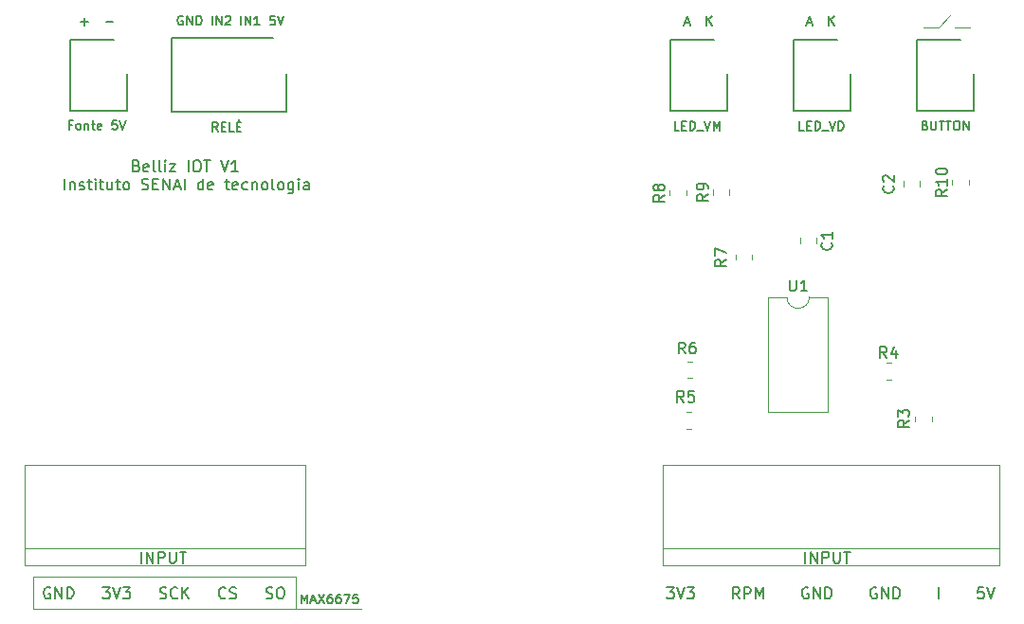
<source format=gbr>
%TF.GenerationSoftware,KiCad,Pcbnew,7.0.2*%
%TF.CreationDate,2023-06-22T14:29:26-03:00*%
%TF.ProjectId,Belliz_IOT,42656c6c-697a-45f4-994f-542e6b696361,rev?*%
%TF.SameCoordinates,Original*%
%TF.FileFunction,Legend,Top*%
%TF.FilePolarity,Positive*%
%FSLAX46Y46*%
G04 Gerber Fmt 4.6, Leading zero omitted, Abs format (unit mm)*
G04 Created by KiCad (PCBNEW 7.0.2) date 2023-06-22 14:29:26*
%MOMM*%
%LPD*%
G01*
G04 APERTURE LIST*
%ADD10C,0.100000*%
%ADD11C,0.200000*%
%ADD12C,0.150000*%
%ADD13C,0.120000*%
G04 APERTURE END LIST*
D10*
X134500000Y-51790000D02*
X135850000Y-51790000D01*
X133105000Y-51770000D02*
X134105000Y-50700000D01*
X52240000Y-100930000D02*
X75730000Y-100930000D01*
X75730000Y-103770000D01*
X52240000Y-103770000D01*
X52240000Y-100930000D01*
X131755000Y-51770000D02*
X133105000Y-51770000D01*
X75730000Y-103770000D02*
X81510000Y-103770000D01*
D11*
X109901428Y-61002095D02*
X109520476Y-61002095D01*
X109520476Y-61002095D02*
X109520476Y-60202095D01*
X110168095Y-60583047D02*
X110434761Y-60583047D01*
X110549047Y-61002095D02*
X110168095Y-61002095D01*
X110168095Y-61002095D02*
X110168095Y-60202095D01*
X110168095Y-60202095D02*
X110549047Y-60202095D01*
X110891905Y-61002095D02*
X110891905Y-60202095D01*
X110891905Y-60202095D02*
X111082381Y-60202095D01*
X111082381Y-60202095D02*
X111196667Y-60240190D01*
X111196667Y-60240190D02*
X111272857Y-60316380D01*
X111272857Y-60316380D02*
X111310952Y-60392571D01*
X111310952Y-60392571D02*
X111349048Y-60544952D01*
X111349048Y-60544952D02*
X111349048Y-60659238D01*
X111349048Y-60659238D02*
X111310952Y-60811619D01*
X111310952Y-60811619D02*
X111272857Y-60887809D01*
X111272857Y-60887809D02*
X111196667Y-60964000D01*
X111196667Y-60964000D02*
X111082381Y-61002095D01*
X111082381Y-61002095D02*
X110891905Y-61002095D01*
X111501429Y-61078285D02*
X112110952Y-61078285D01*
X112187143Y-60202095D02*
X112453810Y-61002095D01*
X112453810Y-61002095D02*
X112720476Y-60202095D01*
X112987143Y-61002095D02*
X112987143Y-60202095D01*
X112987143Y-60202095D02*
X113253809Y-60773523D01*
X113253809Y-60773523D02*
X113520476Y-60202095D01*
X113520476Y-60202095D02*
X113520476Y-61002095D01*
X121352380Y-51373523D02*
X121733333Y-51373523D01*
X121276190Y-51602095D02*
X121542857Y-50802095D01*
X121542857Y-50802095D02*
X121809523Y-51602095D01*
X123295238Y-51602095D02*
X123295238Y-50802095D01*
X123752381Y-51602095D02*
X123409523Y-51144952D01*
X123752381Y-50802095D02*
X123295238Y-51259238D01*
X131877142Y-60563047D02*
X131991428Y-60601142D01*
X131991428Y-60601142D02*
X132029523Y-60639238D01*
X132029523Y-60639238D02*
X132067619Y-60715428D01*
X132067619Y-60715428D02*
X132067619Y-60829714D01*
X132067619Y-60829714D02*
X132029523Y-60905904D01*
X132029523Y-60905904D02*
X131991428Y-60944000D01*
X131991428Y-60944000D02*
X131915238Y-60982095D01*
X131915238Y-60982095D02*
X131610476Y-60982095D01*
X131610476Y-60982095D02*
X131610476Y-60182095D01*
X131610476Y-60182095D02*
X131877142Y-60182095D01*
X131877142Y-60182095D02*
X131953333Y-60220190D01*
X131953333Y-60220190D02*
X131991428Y-60258285D01*
X131991428Y-60258285D02*
X132029523Y-60334476D01*
X132029523Y-60334476D02*
X132029523Y-60410666D01*
X132029523Y-60410666D02*
X131991428Y-60486857D01*
X131991428Y-60486857D02*
X131953333Y-60524952D01*
X131953333Y-60524952D02*
X131877142Y-60563047D01*
X131877142Y-60563047D02*
X131610476Y-60563047D01*
X132410476Y-60182095D02*
X132410476Y-60829714D01*
X132410476Y-60829714D02*
X132448571Y-60905904D01*
X132448571Y-60905904D02*
X132486666Y-60944000D01*
X132486666Y-60944000D02*
X132562857Y-60982095D01*
X132562857Y-60982095D02*
X132715238Y-60982095D01*
X132715238Y-60982095D02*
X132791428Y-60944000D01*
X132791428Y-60944000D02*
X132829523Y-60905904D01*
X132829523Y-60905904D02*
X132867619Y-60829714D01*
X132867619Y-60829714D02*
X132867619Y-60182095D01*
X133134285Y-60182095D02*
X133591428Y-60182095D01*
X133362856Y-60982095D02*
X133362856Y-60182095D01*
X133743809Y-60182095D02*
X134200952Y-60182095D01*
X133972380Y-60982095D02*
X133972380Y-60182095D01*
X134620000Y-60182095D02*
X134772381Y-60182095D01*
X134772381Y-60182095D02*
X134848571Y-60220190D01*
X134848571Y-60220190D02*
X134924762Y-60296380D01*
X134924762Y-60296380D02*
X134962857Y-60448761D01*
X134962857Y-60448761D02*
X134962857Y-60715428D01*
X134962857Y-60715428D02*
X134924762Y-60867809D01*
X134924762Y-60867809D02*
X134848571Y-60944000D01*
X134848571Y-60944000D02*
X134772381Y-60982095D01*
X134772381Y-60982095D02*
X134620000Y-60982095D01*
X134620000Y-60982095D02*
X134543809Y-60944000D01*
X134543809Y-60944000D02*
X134467619Y-60867809D01*
X134467619Y-60867809D02*
X134429523Y-60715428D01*
X134429523Y-60715428D02*
X134429523Y-60448761D01*
X134429523Y-60448761D02*
X134467619Y-60296380D01*
X134467619Y-60296380D02*
X134543809Y-60220190D01*
X134543809Y-60220190D02*
X134620000Y-60182095D01*
X135305714Y-60982095D02*
X135305714Y-60182095D01*
X135305714Y-60182095D02*
X135762857Y-60982095D01*
X135762857Y-60982095D02*
X135762857Y-60182095D01*
X56510476Y-51297333D02*
X57120000Y-51297333D01*
X56815238Y-51602095D02*
X56815238Y-50992571D01*
X58720000Y-51297333D02*
X59329524Y-51297333D01*
D12*
X53741904Y-101925238D02*
X53646666Y-101877619D01*
X53646666Y-101877619D02*
X53503809Y-101877619D01*
X53503809Y-101877619D02*
X53360952Y-101925238D01*
X53360952Y-101925238D02*
X53265714Y-102020476D01*
X53265714Y-102020476D02*
X53218095Y-102115714D01*
X53218095Y-102115714D02*
X53170476Y-102306190D01*
X53170476Y-102306190D02*
X53170476Y-102449047D01*
X53170476Y-102449047D02*
X53218095Y-102639523D01*
X53218095Y-102639523D02*
X53265714Y-102734761D01*
X53265714Y-102734761D02*
X53360952Y-102830000D01*
X53360952Y-102830000D02*
X53503809Y-102877619D01*
X53503809Y-102877619D02*
X53599047Y-102877619D01*
X53599047Y-102877619D02*
X53741904Y-102830000D01*
X53741904Y-102830000D02*
X53789523Y-102782380D01*
X53789523Y-102782380D02*
X53789523Y-102449047D01*
X53789523Y-102449047D02*
X53599047Y-102449047D01*
X54218095Y-102877619D02*
X54218095Y-101877619D01*
X54218095Y-101877619D02*
X54789523Y-102877619D01*
X54789523Y-102877619D02*
X54789523Y-101877619D01*
X55265714Y-102877619D02*
X55265714Y-101877619D01*
X55265714Y-101877619D02*
X55503809Y-101877619D01*
X55503809Y-101877619D02*
X55646666Y-101925238D01*
X55646666Y-101925238D02*
X55741904Y-102020476D01*
X55741904Y-102020476D02*
X55789523Y-102115714D01*
X55789523Y-102115714D02*
X55837142Y-102306190D01*
X55837142Y-102306190D02*
X55837142Y-102449047D01*
X55837142Y-102449047D02*
X55789523Y-102639523D01*
X55789523Y-102639523D02*
X55741904Y-102734761D01*
X55741904Y-102734761D02*
X55646666Y-102830000D01*
X55646666Y-102830000D02*
X55503809Y-102877619D01*
X55503809Y-102877619D02*
X55265714Y-102877619D01*
X58456191Y-101877619D02*
X59075238Y-101877619D01*
X59075238Y-101877619D02*
X58741905Y-102258571D01*
X58741905Y-102258571D02*
X58884762Y-102258571D01*
X58884762Y-102258571D02*
X58980000Y-102306190D01*
X58980000Y-102306190D02*
X59027619Y-102353809D01*
X59027619Y-102353809D02*
X59075238Y-102449047D01*
X59075238Y-102449047D02*
X59075238Y-102687142D01*
X59075238Y-102687142D02*
X59027619Y-102782380D01*
X59027619Y-102782380D02*
X58980000Y-102830000D01*
X58980000Y-102830000D02*
X58884762Y-102877619D01*
X58884762Y-102877619D02*
X58599048Y-102877619D01*
X58599048Y-102877619D02*
X58503810Y-102830000D01*
X58503810Y-102830000D02*
X58456191Y-102782380D01*
X59360953Y-101877619D02*
X59694286Y-102877619D01*
X59694286Y-102877619D02*
X60027619Y-101877619D01*
X60265715Y-101877619D02*
X60884762Y-101877619D01*
X60884762Y-101877619D02*
X60551429Y-102258571D01*
X60551429Y-102258571D02*
X60694286Y-102258571D01*
X60694286Y-102258571D02*
X60789524Y-102306190D01*
X60789524Y-102306190D02*
X60837143Y-102353809D01*
X60837143Y-102353809D02*
X60884762Y-102449047D01*
X60884762Y-102449047D02*
X60884762Y-102687142D01*
X60884762Y-102687142D02*
X60837143Y-102782380D01*
X60837143Y-102782380D02*
X60789524Y-102830000D01*
X60789524Y-102830000D02*
X60694286Y-102877619D01*
X60694286Y-102877619D02*
X60408572Y-102877619D01*
X60408572Y-102877619D02*
X60313334Y-102830000D01*
X60313334Y-102830000D02*
X60265715Y-102782380D01*
X63551430Y-102830000D02*
X63694287Y-102877619D01*
X63694287Y-102877619D02*
X63932382Y-102877619D01*
X63932382Y-102877619D02*
X64027620Y-102830000D01*
X64027620Y-102830000D02*
X64075239Y-102782380D01*
X64075239Y-102782380D02*
X64122858Y-102687142D01*
X64122858Y-102687142D02*
X64122858Y-102591904D01*
X64122858Y-102591904D02*
X64075239Y-102496666D01*
X64075239Y-102496666D02*
X64027620Y-102449047D01*
X64027620Y-102449047D02*
X63932382Y-102401428D01*
X63932382Y-102401428D02*
X63741906Y-102353809D01*
X63741906Y-102353809D02*
X63646668Y-102306190D01*
X63646668Y-102306190D02*
X63599049Y-102258571D01*
X63599049Y-102258571D02*
X63551430Y-102163333D01*
X63551430Y-102163333D02*
X63551430Y-102068095D01*
X63551430Y-102068095D02*
X63599049Y-101972857D01*
X63599049Y-101972857D02*
X63646668Y-101925238D01*
X63646668Y-101925238D02*
X63741906Y-101877619D01*
X63741906Y-101877619D02*
X63980001Y-101877619D01*
X63980001Y-101877619D02*
X64122858Y-101925238D01*
X65122858Y-102782380D02*
X65075239Y-102830000D01*
X65075239Y-102830000D02*
X64932382Y-102877619D01*
X64932382Y-102877619D02*
X64837144Y-102877619D01*
X64837144Y-102877619D02*
X64694287Y-102830000D01*
X64694287Y-102830000D02*
X64599049Y-102734761D01*
X64599049Y-102734761D02*
X64551430Y-102639523D01*
X64551430Y-102639523D02*
X64503811Y-102449047D01*
X64503811Y-102449047D02*
X64503811Y-102306190D01*
X64503811Y-102306190D02*
X64551430Y-102115714D01*
X64551430Y-102115714D02*
X64599049Y-102020476D01*
X64599049Y-102020476D02*
X64694287Y-101925238D01*
X64694287Y-101925238D02*
X64837144Y-101877619D01*
X64837144Y-101877619D02*
X64932382Y-101877619D01*
X64932382Y-101877619D02*
X65075239Y-101925238D01*
X65075239Y-101925238D02*
X65122858Y-101972857D01*
X65551430Y-102877619D02*
X65551430Y-101877619D01*
X66122858Y-102877619D02*
X65694287Y-102306190D01*
X66122858Y-101877619D02*
X65551430Y-102449047D01*
X69408573Y-102782380D02*
X69360954Y-102830000D01*
X69360954Y-102830000D02*
X69218097Y-102877619D01*
X69218097Y-102877619D02*
X69122859Y-102877619D01*
X69122859Y-102877619D02*
X68980002Y-102830000D01*
X68980002Y-102830000D02*
X68884764Y-102734761D01*
X68884764Y-102734761D02*
X68837145Y-102639523D01*
X68837145Y-102639523D02*
X68789526Y-102449047D01*
X68789526Y-102449047D02*
X68789526Y-102306190D01*
X68789526Y-102306190D02*
X68837145Y-102115714D01*
X68837145Y-102115714D02*
X68884764Y-102020476D01*
X68884764Y-102020476D02*
X68980002Y-101925238D01*
X68980002Y-101925238D02*
X69122859Y-101877619D01*
X69122859Y-101877619D02*
X69218097Y-101877619D01*
X69218097Y-101877619D02*
X69360954Y-101925238D01*
X69360954Y-101925238D02*
X69408573Y-101972857D01*
X69789526Y-102830000D02*
X69932383Y-102877619D01*
X69932383Y-102877619D02*
X70170478Y-102877619D01*
X70170478Y-102877619D02*
X70265716Y-102830000D01*
X70265716Y-102830000D02*
X70313335Y-102782380D01*
X70313335Y-102782380D02*
X70360954Y-102687142D01*
X70360954Y-102687142D02*
X70360954Y-102591904D01*
X70360954Y-102591904D02*
X70313335Y-102496666D01*
X70313335Y-102496666D02*
X70265716Y-102449047D01*
X70265716Y-102449047D02*
X70170478Y-102401428D01*
X70170478Y-102401428D02*
X69980002Y-102353809D01*
X69980002Y-102353809D02*
X69884764Y-102306190D01*
X69884764Y-102306190D02*
X69837145Y-102258571D01*
X69837145Y-102258571D02*
X69789526Y-102163333D01*
X69789526Y-102163333D02*
X69789526Y-102068095D01*
X69789526Y-102068095D02*
X69837145Y-101972857D01*
X69837145Y-101972857D02*
X69884764Y-101925238D01*
X69884764Y-101925238D02*
X69980002Y-101877619D01*
X69980002Y-101877619D02*
X70218097Y-101877619D01*
X70218097Y-101877619D02*
X70360954Y-101925238D01*
X73027622Y-102830000D02*
X73170479Y-102877619D01*
X73170479Y-102877619D02*
X73408574Y-102877619D01*
X73408574Y-102877619D02*
X73503812Y-102830000D01*
X73503812Y-102830000D02*
X73551431Y-102782380D01*
X73551431Y-102782380D02*
X73599050Y-102687142D01*
X73599050Y-102687142D02*
X73599050Y-102591904D01*
X73599050Y-102591904D02*
X73551431Y-102496666D01*
X73551431Y-102496666D02*
X73503812Y-102449047D01*
X73503812Y-102449047D02*
X73408574Y-102401428D01*
X73408574Y-102401428D02*
X73218098Y-102353809D01*
X73218098Y-102353809D02*
X73122860Y-102306190D01*
X73122860Y-102306190D02*
X73075241Y-102258571D01*
X73075241Y-102258571D02*
X73027622Y-102163333D01*
X73027622Y-102163333D02*
X73027622Y-102068095D01*
X73027622Y-102068095D02*
X73075241Y-101972857D01*
X73075241Y-101972857D02*
X73122860Y-101925238D01*
X73122860Y-101925238D02*
X73218098Y-101877619D01*
X73218098Y-101877619D02*
X73456193Y-101877619D01*
X73456193Y-101877619D02*
X73599050Y-101925238D01*
X74218098Y-101877619D02*
X74408574Y-101877619D01*
X74408574Y-101877619D02*
X74503812Y-101925238D01*
X74503812Y-101925238D02*
X74599050Y-102020476D01*
X74599050Y-102020476D02*
X74646669Y-102210952D01*
X74646669Y-102210952D02*
X74646669Y-102544285D01*
X74646669Y-102544285D02*
X74599050Y-102734761D01*
X74599050Y-102734761D02*
X74503812Y-102830000D01*
X74503812Y-102830000D02*
X74408574Y-102877619D01*
X74408574Y-102877619D02*
X74218098Y-102877619D01*
X74218098Y-102877619D02*
X74122860Y-102830000D01*
X74122860Y-102830000D02*
X74027622Y-102734761D01*
X74027622Y-102734761D02*
X73980003Y-102544285D01*
X73980003Y-102544285D02*
X73980003Y-102210952D01*
X73980003Y-102210952D02*
X74027622Y-102020476D01*
X74027622Y-102020476D02*
X74122860Y-101925238D01*
X74122860Y-101925238D02*
X74218098Y-101877619D01*
D11*
X121061428Y-61002095D02*
X120680476Y-61002095D01*
X120680476Y-61002095D02*
X120680476Y-60202095D01*
X121328095Y-60583047D02*
X121594761Y-60583047D01*
X121709047Y-61002095D02*
X121328095Y-61002095D01*
X121328095Y-61002095D02*
X121328095Y-60202095D01*
X121328095Y-60202095D02*
X121709047Y-60202095D01*
X122051905Y-61002095D02*
X122051905Y-60202095D01*
X122051905Y-60202095D02*
X122242381Y-60202095D01*
X122242381Y-60202095D02*
X122356667Y-60240190D01*
X122356667Y-60240190D02*
X122432857Y-60316380D01*
X122432857Y-60316380D02*
X122470952Y-60392571D01*
X122470952Y-60392571D02*
X122509048Y-60544952D01*
X122509048Y-60544952D02*
X122509048Y-60659238D01*
X122509048Y-60659238D02*
X122470952Y-60811619D01*
X122470952Y-60811619D02*
X122432857Y-60887809D01*
X122432857Y-60887809D02*
X122356667Y-60964000D01*
X122356667Y-60964000D02*
X122242381Y-61002095D01*
X122242381Y-61002095D02*
X122051905Y-61002095D01*
X122661429Y-61078285D02*
X123270952Y-61078285D01*
X123347143Y-60202095D02*
X123613810Y-61002095D01*
X123613810Y-61002095D02*
X123880476Y-60202095D01*
X124147143Y-61002095D02*
X124147143Y-60202095D01*
X124147143Y-60202095D02*
X124337619Y-60202095D01*
X124337619Y-60202095D02*
X124451905Y-60240190D01*
X124451905Y-60240190D02*
X124528095Y-60316380D01*
X124528095Y-60316380D02*
X124566190Y-60392571D01*
X124566190Y-60392571D02*
X124604286Y-60544952D01*
X124604286Y-60544952D02*
X124604286Y-60659238D01*
X124604286Y-60659238D02*
X124566190Y-60811619D01*
X124566190Y-60811619D02*
X124528095Y-60887809D01*
X124528095Y-60887809D02*
X124451905Y-60964000D01*
X124451905Y-60964000D02*
X124337619Y-61002095D01*
X124337619Y-61002095D02*
X124147143Y-61002095D01*
X65599523Y-50830190D02*
X65523333Y-50792095D01*
X65523333Y-50792095D02*
X65409047Y-50792095D01*
X65409047Y-50792095D02*
X65294761Y-50830190D01*
X65294761Y-50830190D02*
X65218571Y-50906380D01*
X65218571Y-50906380D02*
X65180476Y-50982571D01*
X65180476Y-50982571D02*
X65142380Y-51134952D01*
X65142380Y-51134952D02*
X65142380Y-51249238D01*
X65142380Y-51249238D02*
X65180476Y-51401619D01*
X65180476Y-51401619D02*
X65218571Y-51477809D01*
X65218571Y-51477809D02*
X65294761Y-51554000D01*
X65294761Y-51554000D02*
X65409047Y-51592095D01*
X65409047Y-51592095D02*
X65485238Y-51592095D01*
X65485238Y-51592095D02*
X65599523Y-51554000D01*
X65599523Y-51554000D02*
X65637619Y-51515904D01*
X65637619Y-51515904D02*
X65637619Y-51249238D01*
X65637619Y-51249238D02*
X65485238Y-51249238D01*
X65980476Y-51592095D02*
X65980476Y-50792095D01*
X65980476Y-50792095D02*
X66437619Y-51592095D01*
X66437619Y-51592095D02*
X66437619Y-50792095D01*
X66818571Y-51592095D02*
X66818571Y-50792095D01*
X66818571Y-50792095D02*
X67009047Y-50792095D01*
X67009047Y-50792095D02*
X67123333Y-50830190D01*
X67123333Y-50830190D02*
X67199523Y-50906380D01*
X67199523Y-50906380D02*
X67237618Y-50982571D01*
X67237618Y-50982571D02*
X67275714Y-51134952D01*
X67275714Y-51134952D02*
X67275714Y-51249238D01*
X67275714Y-51249238D02*
X67237618Y-51401619D01*
X67237618Y-51401619D02*
X67199523Y-51477809D01*
X67199523Y-51477809D02*
X67123333Y-51554000D01*
X67123333Y-51554000D02*
X67009047Y-51592095D01*
X67009047Y-51592095D02*
X66818571Y-51592095D01*
X68228095Y-51592095D02*
X68228095Y-50792095D01*
X68609047Y-51592095D02*
X68609047Y-50792095D01*
X68609047Y-50792095D02*
X69066190Y-51592095D01*
X69066190Y-51592095D02*
X69066190Y-50792095D01*
X69409046Y-50868285D02*
X69447142Y-50830190D01*
X69447142Y-50830190D02*
X69523332Y-50792095D01*
X69523332Y-50792095D02*
X69713808Y-50792095D01*
X69713808Y-50792095D02*
X69789999Y-50830190D01*
X69789999Y-50830190D02*
X69828094Y-50868285D01*
X69828094Y-50868285D02*
X69866189Y-50944476D01*
X69866189Y-50944476D02*
X69866189Y-51020666D01*
X69866189Y-51020666D02*
X69828094Y-51134952D01*
X69828094Y-51134952D02*
X69370951Y-51592095D01*
X69370951Y-51592095D02*
X69866189Y-51592095D01*
X70818571Y-51592095D02*
X70818571Y-50792095D01*
X71199523Y-51592095D02*
X71199523Y-50792095D01*
X71199523Y-50792095D02*
X71656666Y-51592095D01*
X71656666Y-51592095D02*
X71656666Y-50792095D01*
X72456665Y-51592095D02*
X71999522Y-51592095D01*
X72228094Y-51592095D02*
X72228094Y-50792095D01*
X72228094Y-50792095D02*
X72151903Y-50906380D01*
X72151903Y-50906380D02*
X72075713Y-50982571D01*
X72075713Y-50982571D02*
X71999522Y-51020666D01*
X73789999Y-50792095D02*
X73409047Y-50792095D01*
X73409047Y-50792095D02*
X73370951Y-51173047D01*
X73370951Y-51173047D02*
X73409047Y-51134952D01*
X73409047Y-51134952D02*
X73485237Y-51096857D01*
X73485237Y-51096857D02*
X73675713Y-51096857D01*
X73675713Y-51096857D02*
X73751904Y-51134952D01*
X73751904Y-51134952D02*
X73789999Y-51173047D01*
X73789999Y-51173047D02*
X73828094Y-51249238D01*
X73828094Y-51249238D02*
X73828094Y-51439714D01*
X73828094Y-51439714D02*
X73789999Y-51515904D01*
X73789999Y-51515904D02*
X73751904Y-51554000D01*
X73751904Y-51554000D02*
X73675713Y-51592095D01*
X73675713Y-51592095D02*
X73485237Y-51592095D01*
X73485237Y-51592095D02*
X73409047Y-51554000D01*
X73409047Y-51554000D02*
X73370951Y-51515904D01*
X74056666Y-50792095D02*
X74323333Y-51592095D01*
X74323333Y-51592095D02*
X74589999Y-50792095D01*
X110422380Y-51373523D02*
X110803333Y-51373523D01*
X110346190Y-51602095D02*
X110612857Y-50802095D01*
X110612857Y-50802095D02*
X110879523Y-51602095D01*
X112365238Y-51602095D02*
X112365238Y-50802095D01*
X112822381Y-51602095D02*
X112479523Y-51144952D01*
X112822381Y-50802095D02*
X112365238Y-51259238D01*
D12*
X76180476Y-103302095D02*
X76180476Y-102502095D01*
X76180476Y-102502095D02*
X76447142Y-103073523D01*
X76447142Y-103073523D02*
X76713809Y-102502095D01*
X76713809Y-102502095D02*
X76713809Y-103302095D01*
X77056666Y-103073523D02*
X77437619Y-103073523D01*
X76980476Y-103302095D02*
X77247143Y-102502095D01*
X77247143Y-102502095D02*
X77513809Y-103302095D01*
X77704285Y-102502095D02*
X78237619Y-103302095D01*
X78237619Y-102502095D02*
X77704285Y-103302095D01*
X78885238Y-102502095D02*
X78732857Y-102502095D01*
X78732857Y-102502095D02*
X78656666Y-102540190D01*
X78656666Y-102540190D02*
X78618571Y-102578285D01*
X78618571Y-102578285D02*
X78542381Y-102692571D01*
X78542381Y-102692571D02*
X78504285Y-102844952D01*
X78504285Y-102844952D02*
X78504285Y-103149714D01*
X78504285Y-103149714D02*
X78542381Y-103225904D01*
X78542381Y-103225904D02*
X78580476Y-103264000D01*
X78580476Y-103264000D02*
X78656666Y-103302095D01*
X78656666Y-103302095D02*
X78809047Y-103302095D01*
X78809047Y-103302095D02*
X78885238Y-103264000D01*
X78885238Y-103264000D02*
X78923333Y-103225904D01*
X78923333Y-103225904D02*
X78961428Y-103149714D01*
X78961428Y-103149714D02*
X78961428Y-102959238D01*
X78961428Y-102959238D02*
X78923333Y-102883047D01*
X78923333Y-102883047D02*
X78885238Y-102844952D01*
X78885238Y-102844952D02*
X78809047Y-102806857D01*
X78809047Y-102806857D02*
X78656666Y-102806857D01*
X78656666Y-102806857D02*
X78580476Y-102844952D01*
X78580476Y-102844952D02*
X78542381Y-102883047D01*
X78542381Y-102883047D02*
X78504285Y-102959238D01*
X79647143Y-102502095D02*
X79494762Y-102502095D01*
X79494762Y-102502095D02*
X79418571Y-102540190D01*
X79418571Y-102540190D02*
X79380476Y-102578285D01*
X79380476Y-102578285D02*
X79304286Y-102692571D01*
X79304286Y-102692571D02*
X79266190Y-102844952D01*
X79266190Y-102844952D02*
X79266190Y-103149714D01*
X79266190Y-103149714D02*
X79304286Y-103225904D01*
X79304286Y-103225904D02*
X79342381Y-103264000D01*
X79342381Y-103264000D02*
X79418571Y-103302095D01*
X79418571Y-103302095D02*
X79570952Y-103302095D01*
X79570952Y-103302095D02*
X79647143Y-103264000D01*
X79647143Y-103264000D02*
X79685238Y-103225904D01*
X79685238Y-103225904D02*
X79723333Y-103149714D01*
X79723333Y-103149714D02*
X79723333Y-102959238D01*
X79723333Y-102959238D02*
X79685238Y-102883047D01*
X79685238Y-102883047D02*
X79647143Y-102844952D01*
X79647143Y-102844952D02*
X79570952Y-102806857D01*
X79570952Y-102806857D02*
X79418571Y-102806857D01*
X79418571Y-102806857D02*
X79342381Y-102844952D01*
X79342381Y-102844952D02*
X79304286Y-102883047D01*
X79304286Y-102883047D02*
X79266190Y-102959238D01*
X79990000Y-102502095D02*
X80523334Y-102502095D01*
X80523334Y-102502095D02*
X80180476Y-103302095D01*
X81209048Y-102502095D02*
X80828096Y-102502095D01*
X80828096Y-102502095D02*
X80790000Y-102883047D01*
X80790000Y-102883047D02*
X80828096Y-102844952D01*
X80828096Y-102844952D02*
X80904286Y-102806857D01*
X80904286Y-102806857D02*
X81094762Y-102806857D01*
X81094762Y-102806857D02*
X81170953Y-102844952D01*
X81170953Y-102844952D02*
X81209048Y-102883047D01*
X81209048Y-102883047D02*
X81247143Y-102959238D01*
X81247143Y-102959238D02*
X81247143Y-103149714D01*
X81247143Y-103149714D02*
X81209048Y-103225904D01*
X81209048Y-103225904D02*
X81170953Y-103264000D01*
X81170953Y-103264000D02*
X81094762Y-103302095D01*
X81094762Y-103302095D02*
X80904286Y-103302095D01*
X80904286Y-103302095D02*
X80828096Y-103264000D01*
X80828096Y-103264000D02*
X80790000Y-103225904D01*
D11*
X55697142Y-60523047D02*
X55430476Y-60523047D01*
X55430476Y-60942095D02*
X55430476Y-60142095D01*
X55430476Y-60142095D02*
X55811428Y-60142095D01*
X56230475Y-60942095D02*
X56154285Y-60904000D01*
X56154285Y-60904000D02*
X56116190Y-60865904D01*
X56116190Y-60865904D02*
X56078094Y-60789714D01*
X56078094Y-60789714D02*
X56078094Y-60561142D01*
X56078094Y-60561142D02*
X56116190Y-60484952D01*
X56116190Y-60484952D02*
X56154285Y-60446857D01*
X56154285Y-60446857D02*
X56230475Y-60408761D01*
X56230475Y-60408761D02*
X56344761Y-60408761D01*
X56344761Y-60408761D02*
X56420952Y-60446857D01*
X56420952Y-60446857D02*
X56459047Y-60484952D01*
X56459047Y-60484952D02*
X56497142Y-60561142D01*
X56497142Y-60561142D02*
X56497142Y-60789714D01*
X56497142Y-60789714D02*
X56459047Y-60865904D01*
X56459047Y-60865904D02*
X56420952Y-60904000D01*
X56420952Y-60904000D02*
X56344761Y-60942095D01*
X56344761Y-60942095D02*
X56230475Y-60942095D01*
X56840000Y-60408761D02*
X56840000Y-60942095D01*
X56840000Y-60484952D02*
X56878095Y-60446857D01*
X56878095Y-60446857D02*
X56954285Y-60408761D01*
X56954285Y-60408761D02*
X57068571Y-60408761D01*
X57068571Y-60408761D02*
X57144762Y-60446857D01*
X57144762Y-60446857D02*
X57182857Y-60523047D01*
X57182857Y-60523047D02*
X57182857Y-60942095D01*
X57449524Y-60408761D02*
X57754286Y-60408761D01*
X57563810Y-60142095D02*
X57563810Y-60827809D01*
X57563810Y-60827809D02*
X57601905Y-60904000D01*
X57601905Y-60904000D02*
X57678095Y-60942095D01*
X57678095Y-60942095D02*
X57754286Y-60942095D01*
X58325715Y-60904000D02*
X58249524Y-60942095D01*
X58249524Y-60942095D02*
X58097143Y-60942095D01*
X58097143Y-60942095D02*
X58020953Y-60904000D01*
X58020953Y-60904000D02*
X57982857Y-60827809D01*
X57982857Y-60827809D02*
X57982857Y-60523047D01*
X57982857Y-60523047D02*
X58020953Y-60446857D01*
X58020953Y-60446857D02*
X58097143Y-60408761D01*
X58097143Y-60408761D02*
X58249524Y-60408761D01*
X58249524Y-60408761D02*
X58325715Y-60446857D01*
X58325715Y-60446857D02*
X58363810Y-60523047D01*
X58363810Y-60523047D02*
X58363810Y-60599238D01*
X58363810Y-60599238D02*
X57982857Y-60675428D01*
X59697143Y-60142095D02*
X59316191Y-60142095D01*
X59316191Y-60142095D02*
X59278095Y-60523047D01*
X59278095Y-60523047D02*
X59316191Y-60484952D01*
X59316191Y-60484952D02*
X59392381Y-60446857D01*
X59392381Y-60446857D02*
X59582857Y-60446857D01*
X59582857Y-60446857D02*
X59659048Y-60484952D01*
X59659048Y-60484952D02*
X59697143Y-60523047D01*
X59697143Y-60523047D02*
X59735238Y-60599238D01*
X59735238Y-60599238D02*
X59735238Y-60789714D01*
X59735238Y-60789714D02*
X59697143Y-60865904D01*
X59697143Y-60865904D02*
X59659048Y-60904000D01*
X59659048Y-60904000D02*
X59582857Y-60942095D01*
X59582857Y-60942095D02*
X59392381Y-60942095D01*
X59392381Y-60942095D02*
X59316191Y-60904000D01*
X59316191Y-60904000D02*
X59278095Y-60865904D01*
X59963810Y-60142095D02*
X60230477Y-60942095D01*
X60230477Y-60942095D02*
X60497143Y-60142095D01*
X68717619Y-61092095D02*
X68450952Y-60711142D01*
X68260476Y-61092095D02*
X68260476Y-60292095D01*
X68260476Y-60292095D02*
X68565238Y-60292095D01*
X68565238Y-60292095D02*
X68641428Y-60330190D01*
X68641428Y-60330190D02*
X68679523Y-60368285D01*
X68679523Y-60368285D02*
X68717619Y-60444476D01*
X68717619Y-60444476D02*
X68717619Y-60558761D01*
X68717619Y-60558761D02*
X68679523Y-60634952D01*
X68679523Y-60634952D02*
X68641428Y-60673047D01*
X68641428Y-60673047D02*
X68565238Y-60711142D01*
X68565238Y-60711142D02*
X68260476Y-60711142D01*
X69060476Y-60673047D02*
X69327142Y-60673047D01*
X69441428Y-61092095D02*
X69060476Y-61092095D01*
X69060476Y-61092095D02*
X69060476Y-60292095D01*
X69060476Y-60292095D02*
X69441428Y-60292095D01*
X70165238Y-61092095D02*
X69784286Y-61092095D01*
X69784286Y-61092095D02*
X69784286Y-60292095D01*
X70431905Y-60673047D02*
X70698571Y-60673047D01*
X70812857Y-61092095D02*
X70431905Y-61092095D01*
X70431905Y-61092095D02*
X70431905Y-60292095D01*
X70431905Y-60292095D02*
X70812857Y-60292095D01*
X70698571Y-59987333D02*
X70584286Y-60101619D01*
X61466668Y-64173809D02*
X61609525Y-64221428D01*
X61609525Y-64221428D02*
X61657144Y-64269047D01*
X61657144Y-64269047D02*
X61704763Y-64364285D01*
X61704763Y-64364285D02*
X61704763Y-64507142D01*
X61704763Y-64507142D02*
X61657144Y-64602380D01*
X61657144Y-64602380D02*
X61609525Y-64650000D01*
X61609525Y-64650000D02*
X61514287Y-64697619D01*
X61514287Y-64697619D02*
X61133335Y-64697619D01*
X61133335Y-64697619D02*
X61133335Y-63697619D01*
X61133335Y-63697619D02*
X61466668Y-63697619D01*
X61466668Y-63697619D02*
X61561906Y-63745238D01*
X61561906Y-63745238D02*
X61609525Y-63792857D01*
X61609525Y-63792857D02*
X61657144Y-63888095D01*
X61657144Y-63888095D02*
X61657144Y-63983333D01*
X61657144Y-63983333D02*
X61609525Y-64078571D01*
X61609525Y-64078571D02*
X61561906Y-64126190D01*
X61561906Y-64126190D02*
X61466668Y-64173809D01*
X61466668Y-64173809D02*
X61133335Y-64173809D01*
X62514287Y-64650000D02*
X62419049Y-64697619D01*
X62419049Y-64697619D02*
X62228573Y-64697619D01*
X62228573Y-64697619D02*
X62133335Y-64650000D01*
X62133335Y-64650000D02*
X62085716Y-64554761D01*
X62085716Y-64554761D02*
X62085716Y-64173809D01*
X62085716Y-64173809D02*
X62133335Y-64078571D01*
X62133335Y-64078571D02*
X62228573Y-64030952D01*
X62228573Y-64030952D02*
X62419049Y-64030952D01*
X62419049Y-64030952D02*
X62514287Y-64078571D01*
X62514287Y-64078571D02*
X62561906Y-64173809D01*
X62561906Y-64173809D02*
X62561906Y-64269047D01*
X62561906Y-64269047D02*
X62085716Y-64364285D01*
X63133335Y-64697619D02*
X63038097Y-64650000D01*
X63038097Y-64650000D02*
X62990478Y-64554761D01*
X62990478Y-64554761D02*
X62990478Y-63697619D01*
X63657145Y-64697619D02*
X63561907Y-64650000D01*
X63561907Y-64650000D02*
X63514288Y-64554761D01*
X63514288Y-64554761D02*
X63514288Y-63697619D01*
X64038098Y-64697619D02*
X64038098Y-64030952D01*
X64038098Y-63697619D02*
X63990479Y-63745238D01*
X63990479Y-63745238D02*
X64038098Y-63792857D01*
X64038098Y-63792857D02*
X64085717Y-63745238D01*
X64085717Y-63745238D02*
X64038098Y-63697619D01*
X64038098Y-63697619D02*
X64038098Y-63792857D01*
X64419050Y-64030952D02*
X64942859Y-64030952D01*
X64942859Y-64030952D02*
X64419050Y-64697619D01*
X64419050Y-64697619D02*
X64942859Y-64697619D01*
X66085717Y-64697619D02*
X66085717Y-63697619D01*
X66752383Y-63697619D02*
X66942859Y-63697619D01*
X66942859Y-63697619D02*
X67038097Y-63745238D01*
X67038097Y-63745238D02*
X67133335Y-63840476D01*
X67133335Y-63840476D02*
X67180954Y-64030952D01*
X67180954Y-64030952D02*
X67180954Y-64364285D01*
X67180954Y-64364285D02*
X67133335Y-64554761D01*
X67133335Y-64554761D02*
X67038097Y-64650000D01*
X67038097Y-64650000D02*
X66942859Y-64697619D01*
X66942859Y-64697619D02*
X66752383Y-64697619D01*
X66752383Y-64697619D02*
X66657145Y-64650000D01*
X66657145Y-64650000D02*
X66561907Y-64554761D01*
X66561907Y-64554761D02*
X66514288Y-64364285D01*
X66514288Y-64364285D02*
X66514288Y-64030952D01*
X66514288Y-64030952D02*
X66561907Y-63840476D01*
X66561907Y-63840476D02*
X66657145Y-63745238D01*
X66657145Y-63745238D02*
X66752383Y-63697619D01*
X67466669Y-63697619D02*
X68038097Y-63697619D01*
X67752383Y-64697619D02*
X67752383Y-63697619D01*
X68990479Y-63697619D02*
X69323812Y-64697619D01*
X69323812Y-64697619D02*
X69657145Y-63697619D01*
X70514288Y-64697619D02*
X69942860Y-64697619D01*
X70228574Y-64697619D02*
X70228574Y-63697619D01*
X70228574Y-63697619D02*
X70133336Y-63840476D01*
X70133336Y-63840476D02*
X70038098Y-63935714D01*
X70038098Y-63935714D02*
X69942860Y-63983333D01*
X55038095Y-66317619D02*
X55038095Y-65317619D01*
X55514285Y-65650952D02*
X55514285Y-66317619D01*
X55514285Y-65746190D02*
X55561904Y-65698571D01*
X55561904Y-65698571D02*
X55657142Y-65650952D01*
X55657142Y-65650952D02*
X55799999Y-65650952D01*
X55799999Y-65650952D02*
X55895237Y-65698571D01*
X55895237Y-65698571D02*
X55942856Y-65793809D01*
X55942856Y-65793809D02*
X55942856Y-66317619D01*
X56371428Y-66270000D02*
X56466666Y-66317619D01*
X56466666Y-66317619D02*
X56657142Y-66317619D01*
X56657142Y-66317619D02*
X56752380Y-66270000D01*
X56752380Y-66270000D02*
X56799999Y-66174761D01*
X56799999Y-66174761D02*
X56799999Y-66127142D01*
X56799999Y-66127142D02*
X56752380Y-66031904D01*
X56752380Y-66031904D02*
X56657142Y-65984285D01*
X56657142Y-65984285D02*
X56514285Y-65984285D01*
X56514285Y-65984285D02*
X56419047Y-65936666D01*
X56419047Y-65936666D02*
X56371428Y-65841428D01*
X56371428Y-65841428D02*
X56371428Y-65793809D01*
X56371428Y-65793809D02*
X56419047Y-65698571D01*
X56419047Y-65698571D02*
X56514285Y-65650952D01*
X56514285Y-65650952D02*
X56657142Y-65650952D01*
X56657142Y-65650952D02*
X56752380Y-65698571D01*
X57085714Y-65650952D02*
X57466666Y-65650952D01*
X57228571Y-65317619D02*
X57228571Y-66174761D01*
X57228571Y-66174761D02*
X57276190Y-66270000D01*
X57276190Y-66270000D02*
X57371428Y-66317619D01*
X57371428Y-66317619D02*
X57466666Y-66317619D01*
X57800000Y-66317619D02*
X57800000Y-65650952D01*
X57800000Y-65317619D02*
X57752381Y-65365238D01*
X57752381Y-65365238D02*
X57800000Y-65412857D01*
X57800000Y-65412857D02*
X57847619Y-65365238D01*
X57847619Y-65365238D02*
X57800000Y-65317619D01*
X57800000Y-65317619D02*
X57800000Y-65412857D01*
X58133333Y-65650952D02*
X58514285Y-65650952D01*
X58276190Y-65317619D02*
X58276190Y-66174761D01*
X58276190Y-66174761D02*
X58323809Y-66270000D01*
X58323809Y-66270000D02*
X58419047Y-66317619D01*
X58419047Y-66317619D02*
X58514285Y-66317619D01*
X59276190Y-65650952D02*
X59276190Y-66317619D01*
X58847619Y-65650952D02*
X58847619Y-66174761D01*
X58847619Y-66174761D02*
X58895238Y-66270000D01*
X58895238Y-66270000D02*
X58990476Y-66317619D01*
X58990476Y-66317619D02*
X59133333Y-66317619D01*
X59133333Y-66317619D02*
X59228571Y-66270000D01*
X59228571Y-66270000D02*
X59276190Y-66222380D01*
X59609524Y-65650952D02*
X59990476Y-65650952D01*
X59752381Y-65317619D02*
X59752381Y-66174761D01*
X59752381Y-66174761D02*
X59800000Y-66270000D01*
X59800000Y-66270000D02*
X59895238Y-66317619D01*
X59895238Y-66317619D02*
X59990476Y-66317619D01*
X60466667Y-66317619D02*
X60371429Y-66270000D01*
X60371429Y-66270000D02*
X60323810Y-66222380D01*
X60323810Y-66222380D02*
X60276191Y-66127142D01*
X60276191Y-66127142D02*
X60276191Y-65841428D01*
X60276191Y-65841428D02*
X60323810Y-65746190D01*
X60323810Y-65746190D02*
X60371429Y-65698571D01*
X60371429Y-65698571D02*
X60466667Y-65650952D01*
X60466667Y-65650952D02*
X60609524Y-65650952D01*
X60609524Y-65650952D02*
X60704762Y-65698571D01*
X60704762Y-65698571D02*
X60752381Y-65746190D01*
X60752381Y-65746190D02*
X60800000Y-65841428D01*
X60800000Y-65841428D02*
X60800000Y-66127142D01*
X60800000Y-66127142D02*
X60752381Y-66222380D01*
X60752381Y-66222380D02*
X60704762Y-66270000D01*
X60704762Y-66270000D02*
X60609524Y-66317619D01*
X60609524Y-66317619D02*
X60466667Y-66317619D01*
X61942858Y-66270000D02*
X62085715Y-66317619D01*
X62085715Y-66317619D02*
X62323810Y-66317619D01*
X62323810Y-66317619D02*
X62419048Y-66270000D01*
X62419048Y-66270000D02*
X62466667Y-66222380D01*
X62466667Y-66222380D02*
X62514286Y-66127142D01*
X62514286Y-66127142D02*
X62514286Y-66031904D01*
X62514286Y-66031904D02*
X62466667Y-65936666D01*
X62466667Y-65936666D02*
X62419048Y-65889047D01*
X62419048Y-65889047D02*
X62323810Y-65841428D01*
X62323810Y-65841428D02*
X62133334Y-65793809D01*
X62133334Y-65793809D02*
X62038096Y-65746190D01*
X62038096Y-65746190D02*
X61990477Y-65698571D01*
X61990477Y-65698571D02*
X61942858Y-65603333D01*
X61942858Y-65603333D02*
X61942858Y-65508095D01*
X61942858Y-65508095D02*
X61990477Y-65412857D01*
X61990477Y-65412857D02*
X62038096Y-65365238D01*
X62038096Y-65365238D02*
X62133334Y-65317619D01*
X62133334Y-65317619D02*
X62371429Y-65317619D01*
X62371429Y-65317619D02*
X62514286Y-65365238D01*
X62942858Y-65793809D02*
X63276191Y-65793809D01*
X63419048Y-66317619D02*
X62942858Y-66317619D01*
X62942858Y-66317619D02*
X62942858Y-65317619D01*
X62942858Y-65317619D02*
X63419048Y-65317619D01*
X63847620Y-66317619D02*
X63847620Y-65317619D01*
X63847620Y-65317619D02*
X64419048Y-66317619D01*
X64419048Y-66317619D02*
X64419048Y-65317619D01*
X64847620Y-66031904D02*
X65323810Y-66031904D01*
X64752382Y-66317619D02*
X65085715Y-65317619D01*
X65085715Y-65317619D02*
X65419048Y-66317619D01*
X65752382Y-66317619D02*
X65752382Y-65317619D01*
X67419048Y-66317619D02*
X67419048Y-65317619D01*
X67419048Y-66270000D02*
X67323810Y-66317619D01*
X67323810Y-66317619D02*
X67133334Y-66317619D01*
X67133334Y-66317619D02*
X67038096Y-66270000D01*
X67038096Y-66270000D02*
X66990477Y-66222380D01*
X66990477Y-66222380D02*
X66942858Y-66127142D01*
X66942858Y-66127142D02*
X66942858Y-65841428D01*
X66942858Y-65841428D02*
X66990477Y-65746190D01*
X66990477Y-65746190D02*
X67038096Y-65698571D01*
X67038096Y-65698571D02*
X67133334Y-65650952D01*
X67133334Y-65650952D02*
X67323810Y-65650952D01*
X67323810Y-65650952D02*
X67419048Y-65698571D01*
X68276191Y-66270000D02*
X68180953Y-66317619D01*
X68180953Y-66317619D02*
X67990477Y-66317619D01*
X67990477Y-66317619D02*
X67895239Y-66270000D01*
X67895239Y-66270000D02*
X67847620Y-66174761D01*
X67847620Y-66174761D02*
X67847620Y-65793809D01*
X67847620Y-65793809D02*
X67895239Y-65698571D01*
X67895239Y-65698571D02*
X67990477Y-65650952D01*
X67990477Y-65650952D02*
X68180953Y-65650952D01*
X68180953Y-65650952D02*
X68276191Y-65698571D01*
X68276191Y-65698571D02*
X68323810Y-65793809D01*
X68323810Y-65793809D02*
X68323810Y-65889047D01*
X68323810Y-65889047D02*
X67847620Y-65984285D01*
X69371430Y-65650952D02*
X69752382Y-65650952D01*
X69514287Y-65317619D02*
X69514287Y-66174761D01*
X69514287Y-66174761D02*
X69561906Y-66270000D01*
X69561906Y-66270000D02*
X69657144Y-66317619D01*
X69657144Y-66317619D02*
X69752382Y-66317619D01*
X70466668Y-66270000D02*
X70371430Y-66317619D01*
X70371430Y-66317619D02*
X70180954Y-66317619D01*
X70180954Y-66317619D02*
X70085716Y-66270000D01*
X70085716Y-66270000D02*
X70038097Y-66174761D01*
X70038097Y-66174761D02*
X70038097Y-65793809D01*
X70038097Y-65793809D02*
X70085716Y-65698571D01*
X70085716Y-65698571D02*
X70180954Y-65650952D01*
X70180954Y-65650952D02*
X70371430Y-65650952D01*
X70371430Y-65650952D02*
X70466668Y-65698571D01*
X70466668Y-65698571D02*
X70514287Y-65793809D01*
X70514287Y-65793809D02*
X70514287Y-65889047D01*
X70514287Y-65889047D02*
X70038097Y-65984285D01*
X71371430Y-66270000D02*
X71276192Y-66317619D01*
X71276192Y-66317619D02*
X71085716Y-66317619D01*
X71085716Y-66317619D02*
X70990478Y-66270000D01*
X70990478Y-66270000D02*
X70942859Y-66222380D01*
X70942859Y-66222380D02*
X70895240Y-66127142D01*
X70895240Y-66127142D02*
X70895240Y-65841428D01*
X70895240Y-65841428D02*
X70942859Y-65746190D01*
X70942859Y-65746190D02*
X70990478Y-65698571D01*
X70990478Y-65698571D02*
X71085716Y-65650952D01*
X71085716Y-65650952D02*
X71276192Y-65650952D01*
X71276192Y-65650952D02*
X71371430Y-65698571D01*
X71800002Y-65650952D02*
X71800002Y-66317619D01*
X71800002Y-65746190D02*
X71847621Y-65698571D01*
X71847621Y-65698571D02*
X71942859Y-65650952D01*
X71942859Y-65650952D02*
X72085716Y-65650952D01*
X72085716Y-65650952D02*
X72180954Y-65698571D01*
X72180954Y-65698571D02*
X72228573Y-65793809D01*
X72228573Y-65793809D02*
X72228573Y-66317619D01*
X72847621Y-66317619D02*
X72752383Y-66270000D01*
X72752383Y-66270000D02*
X72704764Y-66222380D01*
X72704764Y-66222380D02*
X72657145Y-66127142D01*
X72657145Y-66127142D02*
X72657145Y-65841428D01*
X72657145Y-65841428D02*
X72704764Y-65746190D01*
X72704764Y-65746190D02*
X72752383Y-65698571D01*
X72752383Y-65698571D02*
X72847621Y-65650952D01*
X72847621Y-65650952D02*
X72990478Y-65650952D01*
X72990478Y-65650952D02*
X73085716Y-65698571D01*
X73085716Y-65698571D02*
X73133335Y-65746190D01*
X73133335Y-65746190D02*
X73180954Y-65841428D01*
X73180954Y-65841428D02*
X73180954Y-66127142D01*
X73180954Y-66127142D02*
X73133335Y-66222380D01*
X73133335Y-66222380D02*
X73085716Y-66270000D01*
X73085716Y-66270000D02*
X72990478Y-66317619D01*
X72990478Y-66317619D02*
X72847621Y-66317619D01*
X73752383Y-66317619D02*
X73657145Y-66270000D01*
X73657145Y-66270000D02*
X73609526Y-66174761D01*
X73609526Y-66174761D02*
X73609526Y-65317619D01*
X74276193Y-66317619D02*
X74180955Y-66270000D01*
X74180955Y-66270000D02*
X74133336Y-66222380D01*
X74133336Y-66222380D02*
X74085717Y-66127142D01*
X74085717Y-66127142D02*
X74085717Y-65841428D01*
X74085717Y-65841428D02*
X74133336Y-65746190D01*
X74133336Y-65746190D02*
X74180955Y-65698571D01*
X74180955Y-65698571D02*
X74276193Y-65650952D01*
X74276193Y-65650952D02*
X74419050Y-65650952D01*
X74419050Y-65650952D02*
X74514288Y-65698571D01*
X74514288Y-65698571D02*
X74561907Y-65746190D01*
X74561907Y-65746190D02*
X74609526Y-65841428D01*
X74609526Y-65841428D02*
X74609526Y-66127142D01*
X74609526Y-66127142D02*
X74561907Y-66222380D01*
X74561907Y-66222380D02*
X74514288Y-66270000D01*
X74514288Y-66270000D02*
X74419050Y-66317619D01*
X74419050Y-66317619D02*
X74276193Y-66317619D01*
X75466669Y-65650952D02*
X75466669Y-66460476D01*
X75466669Y-66460476D02*
X75419050Y-66555714D01*
X75419050Y-66555714D02*
X75371431Y-66603333D01*
X75371431Y-66603333D02*
X75276193Y-66650952D01*
X75276193Y-66650952D02*
X75133336Y-66650952D01*
X75133336Y-66650952D02*
X75038098Y-66603333D01*
X75466669Y-66270000D02*
X75371431Y-66317619D01*
X75371431Y-66317619D02*
X75180955Y-66317619D01*
X75180955Y-66317619D02*
X75085717Y-66270000D01*
X75085717Y-66270000D02*
X75038098Y-66222380D01*
X75038098Y-66222380D02*
X74990479Y-66127142D01*
X74990479Y-66127142D02*
X74990479Y-65841428D01*
X74990479Y-65841428D02*
X75038098Y-65746190D01*
X75038098Y-65746190D02*
X75085717Y-65698571D01*
X75085717Y-65698571D02*
X75180955Y-65650952D01*
X75180955Y-65650952D02*
X75371431Y-65650952D01*
X75371431Y-65650952D02*
X75466669Y-65698571D01*
X75942860Y-66317619D02*
X75942860Y-65650952D01*
X75942860Y-65317619D02*
X75895241Y-65365238D01*
X75895241Y-65365238D02*
X75942860Y-65412857D01*
X75942860Y-65412857D02*
X75990479Y-65365238D01*
X75990479Y-65365238D02*
X75942860Y-65317619D01*
X75942860Y-65317619D02*
X75942860Y-65412857D01*
X76847621Y-66317619D02*
X76847621Y-65793809D01*
X76847621Y-65793809D02*
X76800002Y-65698571D01*
X76800002Y-65698571D02*
X76704764Y-65650952D01*
X76704764Y-65650952D02*
X76514288Y-65650952D01*
X76514288Y-65650952D02*
X76419050Y-65698571D01*
X76847621Y-66270000D02*
X76752383Y-66317619D01*
X76752383Y-66317619D02*
X76514288Y-66317619D01*
X76514288Y-66317619D02*
X76419050Y-66270000D01*
X76419050Y-66270000D02*
X76371431Y-66174761D01*
X76371431Y-66174761D02*
X76371431Y-66079523D01*
X76371431Y-66079523D02*
X76419050Y-65984285D01*
X76419050Y-65984285D02*
X76514288Y-65936666D01*
X76514288Y-65936666D02*
X76752383Y-65936666D01*
X76752383Y-65936666D02*
X76847621Y-65889047D01*
D12*
X108822857Y-101877619D02*
X109441904Y-101877619D01*
X109441904Y-101877619D02*
X109108571Y-102258571D01*
X109108571Y-102258571D02*
X109251428Y-102258571D01*
X109251428Y-102258571D02*
X109346666Y-102306190D01*
X109346666Y-102306190D02*
X109394285Y-102353809D01*
X109394285Y-102353809D02*
X109441904Y-102449047D01*
X109441904Y-102449047D02*
X109441904Y-102687142D01*
X109441904Y-102687142D02*
X109394285Y-102782380D01*
X109394285Y-102782380D02*
X109346666Y-102830000D01*
X109346666Y-102830000D02*
X109251428Y-102877619D01*
X109251428Y-102877619D02*
X108965714Y-102877619D01*
X108965714Y-102877619D02*
X108870476Y-102830000D01*
X108870476Y-102830000D02*
X108822857Y-102782380D01*
X109727619Y-101877619D02*
X110060952Y-102877619D01*
X110060952Y-102877619D02*
X110394285Y-101877619D01*
X110632381Y-101877619D02*
X111251428Y-101877619D01*
X111251428Y-101877619D02*
X110918095Y-102258571D01*
X110918095Y-102258571D02*
X111060952Y-102258571D01*
X111060952Y-102258571D02*
X111156190Y-102306190D01*
X111156190Y-102306190D02*
X111203809Y-102353809D01*
X111203809Y-102353809D02*
X111251428Y-102449047D01*
X111251428Y-102449047D02*
X111251428Y-102687142D01*
X111251428Y-102687142D02*
X111203809Y-102782380D01*
X111203809Y-102782380D02*
X111156190Y-102830000D01*
X111156190Y-102830000D02*
X111060952Y-102877619D01*
X111060952Y-102877619D02*
X110775238Y-102877619D01*
X110775238Y-102877619D02*
X110680000Y-102830000D01*
X110680000Y-102830000D02*
X110632381Y-102782380D01*
X115299048Y-102877619D02*
X114965715Y-102401428D01*
X114727620Y-102877619D02*
X114727620Y-101877619D01*
X114727620Y-101877619D02*
X115108572Y-101877619D01*
X115108572Y-101877619D02*
X115203810Y-101925238D01*
X115203810Y-101925238D02*
X115251429Y-101972857D01*
X115251429Y-101972857D02*
X115299048Y-102068095D01*
X115299048Y-102068095D02*
X115299048Y-102210952D01*
X115299048Y-102210952D02*
X115251429Y-102306190D01*
X115251429Y-102306190D02*
X115203810Y-102353809D01*
X115203810Y-102353809D02*
X115108572Y-102401428D01*
X115108572Y-102401428D02*
X114727620Y-102401428D01*
X115727620Y-102877619D02*
X115727620Y-101877619D01*
X115727620Y-101877619D02*
X116108572Y-101877619D01*
X116108572Y-101877619D02*
X116203810Y-101925238D01*
X116203810Y-101925238D02*
X116251429Y-101972857D01*
X116251429Y-101972857D02*
X116299048Y-102068095D01*
X116299048Y-102068095D02*
X116299048Y-102210952D01*
X116299048Y-102210952D02*
X116251429Y-102306190D01*
X116251429Y-102306190D02*
X116203810Y-102353809D01*
X116203810Y-102353809D02*
X116108572Y-102401428D01*
X116108572Y-102401428D02*
X115727620Y-102401428D01*
X116727620Y-102877619D02*
X116727620Y-101877619D01*
X116727620Y-101877619D02*
X117060953Y-102591904D01*
X117060953Y-102591904D02*
X117394286Y-101877619D01*
X117394286Y-101877619D02*
X117394286Y-102877619D01*
X121441906Y-101925238D02*
X121346668Y-101877619D01*
X121346668Y-101877619D02*
X121203811Y-101877619D01*
X121203811Y-101877619D02*
X121060954Y-101925238D01*
X121060954Y-101925238D02*
X120965716Y-102020476D01*
X120965716Y-102020476D02*
X120918097Y-102115714D01*
X120918097Y-102115714D02*
X120870478Y-102306190D01*
X120870478Y-102306190D02*
X120870478Y-102449047D01*
X120870478Y-102449047D02*
X120918097Y-102639523D01*
X120918097Y-102639523D02*
X120965716Y-102734761D01*
X120965716Y-102734761D02*
X121060954Y-102830000D01*
X121060954Y-102830000D02*
X121203811Y-102877619D01*
X121203811Y-102877619D02*
X121299049Y-102877619D01*
X121299049Y-102877619D02*
X121441906Y-102830000D01*
X121441906Y-102830000D02*
X121489525Y-102782380D01*
X121489525Y-102782380D02*
X121489525Y-102449047D01*
X121489525Y-102449047D02*
X121299049Y-102449047D01*
X121918097Y-102877619D02*
X121918097Y-101877619D01*
X121918097Y-101877619D02*
X122489525Y-102877619D01*
X122489525Y-102877619D02*
X122489525Y-101877619D01*
X122965716Y-102877619D02*
X122965716Y-101877619D01*
X122965716Y-101877619D02*
X123203811Y-101877619D01*
X123203811Y-101877619D02*
X123346668Y-101925238D01*
X123346668Y-101925238D02*
X123441906Y-102020476D01*
X123441906Y-102020476D02*
X123489525Y-102115714D01*
X123489525Y-102115714D02*
X123537144Y-102306190D01*
X123537144Y-102306190D02*
X123537144Y-102449047D01*
X123537144Y-102449047D02*
X123489525Y-102639523D01*
X123489525Y-102639523D02*
X123441906Y-102734761D01*
X123441906Y-102734761D02*
X123346668Y-102830000D01*
X123346668Y-102830000D02*
X123203811Y-102877619D01*
X123203811Y-102877619D02*
X122965716Y-102877619D01*
X127537145Y-101925238D02*
X127441907Y-101877619D01*
X127441907Y-101877619D02*
X127299050Y-101877619D01*
X127299050Y-101877619D02*
X127156193Y-101925238D01*
X127156193Y-101925238D02*
X127060955Y-102020476D01*
X127060955Y-102020476D02*
X127013336Y-102115714D01*
X127013336Y-102115714D02*
X126965717Y-102306190D01*
X126965717Y-102306190D02*
X126965717Y-102449047D01*
X126965717Y-102449047D02*
X127013336Y-102639523D01*
X127013336Y-102639523D02*
X127060955Y-102734761D01*
X127060955Y-102734761D02*
X127156193Y-102830000D01*
X127156193Y-102830000D02*
X127299050Y-102877619D01*
X127299050Y-102877619D02*
X127394288Y-102877619D01*
X127394288Y-102877619D02*
X127537145Y-102830000D01*
X127537145Y-102830000D02*
X127584764Y-102782380D01*
X127584764Y-102782380D02*
X127584764Y-102449047D01*
X127584764Y-102449047D02*
X127394288Y-102449047D01*
X128013336Y-102877619D02*
X128013336Y-101877619D01*
X128013336Y-101877619D02*
X128584764Y-102877619D01*
X128584764Y-102877619D02*
X128584764Y-101877619D01*
X129060955Y-102877619D02*
X129060955Y-101877619D01*
X129060955Y-101877619D02*
X129299050Y-101877619D01*
X129299050Y-101877619D02*
X129441907Y-101925238D01*
X129441907Y-101925238D02*
X129537145Y-102020476D01*
X129537145Y-102020476D02*
X129584764Y-102115714D01*
X129584764Y-102115714D02*
X129632383Y-102306190D01*
X129632383Y-102306190D02*
X129632383Y-102449047D01*
X129632383Y-102449047D02*
X129584764Y-102639523D01*
X129584764Y-102639523D02*
X129537145Y-102734761D01*
X129537145Y-102734761D02*
X129441907Y-102830000D01*
X129441907Y-102830000D02*
X129299050Y-102877619D01*
X129299050Y-102877619D02*
X129060955Y-102877619D01*
X133108575Y-102877619D02*
X133108575Y-101877619D01*
X137108575Y-101877619D02*
X136632385Y-101877619D01*
X136632385Y-101877619D02*
X136584766Y-102353809D01*
X136584766Y-102353809D02*
X136632385Y-102306190D01*
X136632385Y-102306190D02*
X136727623Y-102258571D01*
X136727623Y-102258571D02*
X136965718Y-102258571D01*
X136965718Y-102258571D02*
X137060956Y-102306190D01*
X137060956Y-102306190D02*
X137108575Y-102353809D01*
X137108575Y-102353809D02*
X137156194Y-102449047D01*
X137156194Y-102449047D02*
X137156194Y-102687142D01*
X137156194Y-102687142D02*
X137108575Y-102782380D01*
X137108575Y-102782380D02*
X137060956Y-102830000D01*
X137060956Y-102830000D02*
X136965718Y-102877619D01*
X136965718Y-102877619D02*
X136727623Y-102877619D01*
X136727623Y-102877619D02*
X136632385Y-102830000D01*
X136632385Y-102830000D02*
X136584766Y-102782380D01*
X137441909Y-101877619D02*
X137775242Y-102877619D01*
X137775242Y-102877619D02*
X138108575Y-101877619D01*
%TO.C,R8*%
X108612619Y-66779166D02*
X108136428Y-67112499D01*
X108612619Y-67350594D02*
X107612619Y-67350594D01*
X107612619Y-67350594D02*
X107612619Y-66969642D01*
X107612619Y-66969642D02*
X107660238Y-66874404D01*
X107660238Y-66874404D02*
X107707857Y-66826785D01*
X107707857Y-66826785D02*
X107803095Y-66779166D01*
X107803095Y-66779166D02*
X107945952Y-66779166D01*
X107945952Y-66779166D02*
X108041190Y-66826785D01*
X108041190Y-66826785D02*
X108088809Y-66874404D01*
X108088809Y-66874404D02*
X108136428Y-66969642D01*
X108136428Y-66969642D02*
X108136428Y-67350594D01*
X108041190Y-66207737D02*
X107993571Y-66302975D01*
X107993571Y-66302975D02*
X107945952Y-66350594D01*
X107945952Y-66350594D02*
X107850714Y-66398213D01*
X107850714Y-66398213D02*
X107803095Y-66398213D01*
X107803095Y-66398213D02*
X107707857Y-66350594D01*
X107707857Y-66350594D02*
X107660238Y-66302975D01*
X107660238Y-66302975D02*
X107612619Y-66207737D01*
X107612619Y-66207737D02*
X107612619Y-66017261D01*
X107612619Y-66017261D02*
X107660238Y-65922023D01*
X107660238Y-65922023D02*
X107707857Y-65874404D01*
X107707857Y-65874404D02*
X107803095Y-65826785D01*
X107803095Y-65826785D02*
X107850714Y-65826785D01*
X107850714Y-65826785D02*
X107945952Y-65874404D01*
X107945952Y-65874404D02*
X107993571Y-65922023D01*
X107993571Y-65922023D02*
X108041190Y-66017261D01*
X108041190Y-66017261D02*
X108041190Y-66207737D01*
X108041190Y-66207737D02*
X108088809Y-66302975D01*
X108088809Y-66302975D02*
X108136428Y-66350594D01*
X108136428Y-66350594D02*
X108231666Y-66398213D01*
X108231666Y-66398213D02*
X108422142Y-66398213D01*
X108422142Y-66398213D02*
X108517380Y-66350594D01*
X108517380Y-66350594D02*
X108565000Y-66302975D01*
X108565000Y-66302975D02*
X108612619Y-66207737D01*
X108612619Y-66207737D02*
X108612619Y-66017261D01*
X108612619Y-66017261D02*
X108565000Y-65922023D01*
X108565000Y-65922023D02*
X108517380Y-65874404D01*
X108517380Y-65874404D02*
X108422142Y-65826785D01*
X108422142Y-65826785D02*
X108231666Y-65826785D01*
X108231666Y-65826785D02*
X108136428Y-65874404D01*
X108136428Y-65874404D02*
X108088809Y-65922023D01*
X108088809Y-65922023D02*
X108041190Y-66017261D01*
%TO.C,R9*%
X112492619Y-66706666D02*
X112016428Y-67039999D01*
X112492619Y-67278094D02*
X111492619Y-67278094D01*
X111492619Y-67278094D02*
X111492619Y-66897142D01*
X111492619Y-66897142D02*
X111540238Y-66801904D01*
X111540238Y-66801904D02*
X111587857Y-66754285D01*
X111587857Y-66754285D02*
X111683095Y-66706666D01*
X111683095Y-66706666D02*
X111825952Y-66706666D01*
X111825952Y-66706666D02*
X111921190Y-66754285D01*
X111921190Y-66754285D02*
X111968809Y-66801904D01*
X111968809Y-66801904D02*
X112016428Y-66897142D01*
X112016428Y-66897142D02*
X112016428Y-67278094D01*
X112492619Y-66230475D02*
X112492619Y-66039999D01*
X112492619Y-66039999D02*
X112445000Y-65944761D01*
X112445000Y-65944761D02*
X112397380Y-65897142D01*
X112397380Y-65897142D02*
X112254523Y-65801904D01*
X112254523Y-65801904D02*
X112064047Y-65754285D01*
X112064047Y-65754285D02*
X111683095Y-65754285D01*
X111683095Y-65754285D02*
X111587857Y-65801904D01*
X111587857Y-65801904D02*
X111540238Y-65849523D01*
X111540238Y-65849523D02*
X111492619Y-65944761D01*
X111492619Y-65944761D02*
X111492619Y-66135237D01*
X111492619Y-66135237D02*
X111540238Y-66230475D01*
X111540238Y-66230475D02*
X111587857Y-66278094D01*
X111587857Y-66278094D02*
X111683095Y-66325713D01*
X111683095Y-66325713D02*
X111921190Y-66325713D01*
X111921190Y-66325713D02*
X112016428Y-66278094D01*
X112016428Y-66278094D02*
X112064047Y-66230475D01*
X112064047Y-66230475D02*
X112111666Y-66135237D01*
X112111666Y-66135237D02*
X112111666Y-65944761D01*
X112111666Y-65944761D02*
X112064047Y-65849523D01*
X112064047Y-65849523D02*
X112016428Y-65801904D01*
X112016428Y-65801904D02*
X111921190Y-65754285D01*
%TO.C,U1*%
X119778095Y-74382619D02*
X119778095Y-75192142D01*
X119778095Y-75192142D02*
X119825714Y-75287380D01*
X119825714Y-75287380D02*
X119873333Y-75335000D01*
X119873333Y-75335000D02*
X119968571Y-75382619D01*
X119968571Y-75382619D02*
X120159047Y-75382619D01*
X120159047Y-75382619D02*
X120254285Y-75335000D01*
X120254285Y-75335000D02*
X120301904Y-75287380D01*
X120301904Y-75287380D02*
X120349523Y-75192142D01*
X120349523Y-75192142D02*
X120349523Y-74382619D01*
X121349523Y-75382619D02*
X120778095Y-75382619D01*
X121063809Y-75382619D02*
X121063809Y-74382619D01*
X121063809Y-74382619D02*
X120968571Y-74525476D01*
X120968571Y-74525476D02*
X120873333Y-74620714D01*
X120873333Y-74620714D02*
X120778095Y-74668333D01*
%TO.C,R4*%
X128453333Y-81352619D02*
X128120000Y-80876428D01*
X127881905Y-81352619D02*
X127881905Y-80352619D01*
X127881905Y-80352619D02*
X128262857Y-80352619D01*
X128262857Y-80352619D02*
X128358095Y-80400238D01*
X128358095Y-80400238D02*
X128405714Y-80447857D01*
X128405714Y-80447857D02*
X128453333Y-80543095D01*
X128453333Y-80543095D02*
X128453333Y-80685952D01*
X128453333Y-80685952D02*
X128405714Y-80781190D01*
X128405714Y-80781190D02*
X128358095Y-80828809D01*
X128358095Y-80828809D02*
X128262857Y-80876428D01*
X128262857Y-80876428D02*
X127881905Y-80876428D01*
X129310476Y-80685952D02*
X129310476Y-81352619D01*
X129072381Y-80305000D02*
X128834286Y-81019285D01*
X128834286Y-81019285D02*
X129453333Y-81019285D01*
%TO.C,R3*%
X130452619Y-86929166D02*
X129976428Y-87262499D01*
X130452619Y-87500594D02*
X129452619Y-87500594D01*
X129452619Y-87500594D02*
X129452619Y-87119642D01*
X129452619Y-87119642D02*
X129500238Y-87024404D01*
X129500238Y-87024404D02*
X129547857Y-86976785D01*
X129547857Y-86976785D02*
X129643095Y-86929166D01*
X129643095Y-86929166D02*
X129785952Y-86929166D01*
X129785952Y-86929166D02*
X129881190Y-86976785D01*
X129881190Y-86976785D02*
X129928809Y-87024404D01*
X129928809Y-87024404D02*
X129976428Y-87119642D01*
X129976428Y-87119642D02*
X129976428Y-87500594D01*
X129452619Y-86595832D02*
X129452619Y-85976785D01*
X129452619Y-85976785D02*
X129833571Y-86310118D01*
X129833571Y-86310118D02*
X129833571Y-86167261D01*
X129833571Y-86167261D02*
X129881190Y-86072023D01*
X129881190Y-86072023D02*
X129928809Y-86024404D01*
X129928809Y-86024404D02*
X130024047Y-85976785D01*
X130024047Y-85976785D02*
X130262142Y-85976785D01*
X130262142Y-85976785D02*
X130357380Y-86024404D01*
X130357380Y-86024404D02*
X130405000Y-86072023D01*
X130405000Y-86072023D02*
X130452619Y-86167261D01*
X130452619Y-86167261D02*
X130452619Y-86452975D01*
X130452619Y-86452975D02*
X130405000Y-86548213D01*
X130405000Y-86548213D02*
X130357380Y-86595832D01*
%TO.C,R5*%
X110335833Y-85312619D02*
X110002500Y-84836428D01*
X109764405Y-85312619D02*
X109764405Y-84312619D01*
X109764405Y-84312619D02*
X110145357Y-84312619D01*
X110145357Y-84312619D02*
X110240595Y-84360238D01*
X110240595Y-84360238D02*
X110288214Y-84407857D01*
X110288214Y-84407857D02*
X110335833Y-84503095D01*
X110335833Y-84503095D02*
X110335833Y-84645952D01*
X110335833Y-84645952D02*
X110288214Y-84741190D01*
X110288214Y-84741190D02*
X110240595Y-84788809D01*
X110240595Y-84788809D02*
X110145357Y-84836428D01*
X110145357Y-84836428D02*
X109764405Y-84836428D01*
X111240595Y-84312619D02*
X110764405Y-84312619D01*
X110764405Y-84312619D02*
X110716786Y-84788809D01*
X110716786Y-84788809D02*
X110764405Y-84741190D01*
X110764405Y-84741190D02*
X110859643Y-84693571D01*
X110859643Y-84693571D02*
X111097738Y-84693571D01*
X111097738Y-84693571D02*
X111192976Y-84741190D01*
X111192976Y-84741190D02*
X111240595Y-84788809D01*
X111240595Y-84788809D02*
X111288214Y-84884047D01*
X111288214Y-84884047D02*
X111288214Y-85122142D01*
X111288214Y-85122142D02*
X111240595Y-85217380D01*
X111240595Y-85217380D02*
X111192976Y-85265000D01*
X111192976Y-85265000D02*
X111097738Y-85312619D01*
X111097738Y-85312619D02*
X110859643Y-85312619D01*
X110859643Y-85312619D02*
X110764405Y-85265000D01*
X110764405Y-85265000D02*
X110716786Y-85217380D01*
%TO.C,J10*%
X121188095Y-99697619D02*
X121188095Y-98697619D01*
X121664285Y-99697619D02*
X121664285Y-98697619D01*
X121664285Y-98697619D02*
X122235713Y-99697619D01*
X122235713Y-99697619D02*
X122235713Y-98697619D01*
X122711904Y-99697619D02*
X122711904Y-98697619D01*
X122711904Y-98697619D02*
X123092856Y-98697619D01*
X123092856Y-98697619D02*
X123188094Y-98745238D01*
X123188094Y-98745238D02*
X123235713Y-98792857D01*
X123235713Y-98792857D02*
X123283332Y-98888095D01*
X123283332Y-98888095D02*
X123283332Y-99030952D01*
X123283332Y-99030952D02*
X123235713Y-99126190D01*
X123235713Y-99126190D02*
X123188094Y-99173809D01*
X123188094Y-99173809D02*
X123092856Y-99221428D01*
X123092856Y-99221428D02*
X122711904Y-99221428D01*
X123711904Y-98697619D02*
X123711904Y-99507142D01*
X123711904Y-99507142D02*
X123759523Y-99602380D01*
X123759523Y-99602380D02*
X123807142Y-99650000D01*
X123807142Y-99650000D02*
X123902380Y-99697619D01*
X123902380Y-99697619D02*
X124092856Y-99697619D01*
X124092856Y-99697619D02*
X124188094Y-99650000D01*
X124188094Y-99650000D02*
X124235713Y-99602380D01*
X124235713Y-99602380D02*
X124283332Y-99507142D01*
X124283332Y-99507142D02*
X124283332Y-98697619D01*
X124616666Y-98697619D02*
X125188094Y-98697619D01*
X124902380Y-99697619D02*
X124902380Y-98697619D01*
%TO.C,J5*%
X61888095Y-99697619D02*
X61888095Y-98697619D01*
X62364285Y-99697619D02*
X62364285Y-98697619D01*
X62364285Y-98697619D02*
X62935713Y-99697619D01*
X62935713Y-99697619D02*
X62935713Y-98697619D01*
X63411904Y-99697619D02*
X63411904Y-98697619D01*
X63411904Y-98697619D02*
X63792856Y-98697619D01*
X63792856Y-98697619D02*
X63888094Y-98745238D01*
X63888094Y-98745238D02*
X63935713Y-98792857D01*
X63935713Y-98792857D02*
X63983332Y-98888095D01*
X63983332Y-98888095D02*
X63983332Y-99030952D01*
X63983332Y-99030952D02*
X63935713Y-99126190D01*
X63935713Y-99126190D02*
X63888094Y-99173809D01*
X63888094Y-99173809D02*
X63792856Y-99221428D01*
X63792856Y-99221428D02*
X63411904Y-99221428D01*
X64411904Y-98697619D02*
X64411904Y-99507142D01*
X64411904Y-99507142D02*
X64459523Y-99602380D01*
X64459523Y-99602380D02*
X64507142Y-99650000D01*
X64507142Y-99650000D02*
X64602380Y-99697619D01*
X64602380Y-99697619D02*
X64792856Y-99697619D01*
X64792856Y-99697619D02*
X64888094Y-99650000D01*
X64888094Y-99650000D02*
X64935713Y-99602380D01*
X64935713Y-99602380D02*
X64983332Y-99507142D01*
X64983332Y-99507142D02*
X64983332Y-98697619D01*
X65316666Y-98697619D02*
X65888094Y-98697619D01*
X65602380Y-99697619D02*
X65602380Y-98697619D01*
%TO.C,R7*%
X114102619Y-72569166D02*
X113626428Y-72902499D01*
X114102619Y-73140594D02*
X113102619Y-73140594D01*
X113102619Y-73140594D02*
X113102619Y-72759642D01*
X113102619Y-72759642D02*
X113150238Y-72664404D01*
X113150238Y-72664404D02*
X113197857Y-72616785D01*
X113197857Y-72616785D02*
X113293095Y-72569166D01*
X113293095Y-72569166D02*
X113435952Y-72569166D01*
X113435952Y-72569166D02*
X113531190Y-72616785D01*
X113531190Y-72616785D02*
X113578809Y-72664404D01*
X113578809Y-72664404D02*
X113626428Y-72759642D01*
X113626428Y-72759642D02*
X113626428Y-73140594D01*
X113102619Y-72235832D02*
X113102619Y-71569166D01*
X113102619Y-71569166D02*
X114102619Y-71997737D01*
%TO.C,C1*%
X123497380Y-71056666D02*
X123545000Y-71104285D01*
X123545000Y-71104285D02*
X123592619Y-71247142D01*
X123592619Y-71247142D02*
X123592619Y-71342380D01*
X123592619Y-71342380D02*
X123545000Y-71485237D01*
X123545000Y-71485237D02*
X123449761Y-71580475D01*
X123449761Y-71580475D02*
X123354523Y-71628094D01*
X123354523Y-71628094D02*
X123164047Y-71675713D01*
X123164047Y-71675713D02*
X123021190Y-71675713D01*
X123021190Y-71675713D02*
X122830714Y-71628094D01*
X122830714Y-71628094D02*
X122735476Y-71580475D01*
X122735476Y-71580475D02*
X122640238Y-71485237D01*
X122640238Y-71485237D02*
X122592619Y-71342380D01*
X122592619Y-71342380D02*
X122592619Y-71247142D01*
X122592619Y-71247142D02*
X122640238Y-71104285D01*
X122640238Y-71104285D02*
X122687857Y-71056666D01*
X123592619Y-70104285D02*
X123592619Y-70675713D01*
X123592619Y-70389999D02*
X122592619Y-70389999D01*
X122592619Y-70389999D02*
X122735476Y-70485237D01*
X122735476Y-70485237D02*
X122830714Y-70580475D01*
X122830714Y-70580475D02*
X122878333Y-70675713D01*
%TO.C,R10*%
X133842619Y-66302857D02*
X133366428Y-66636190D01*
X133842619Y-66874285D02*
X132842619Y-66874285D01*
X132842619Y-66874285D02*
X132842619Y-66493333D01*
X132842619Y-66493333D02*
X132890238Y-66398095D01*
X132890238Y-66398095D02*
X132937857Y-66350476D01*
X132937857Y-66350476D02*
X133033095Y-66302857D01*
X133033095Y-66302857D02*
X133175952Y-66302857D01*
X133175952Y-66302857D02*
X133271190Y-66350476D01*
X133271190Y-66350476D02*
X133318809Y-66398095D01*
X133318809Y-66398095D02*
X133366428Y-66493333D01*
X133366428Y-66493333D02*
X133366428Y-66874285D01*
X133842619Y-65350476D02*
X133842619Y-65921904D01*
X133842619Y-65636190D02*
X132842619Y-65636190D01*
X132842619Y-65636190D02*
X132985476Y-65731428D01*
X132985476Y-65731428D02*
X133080714Y-65826666D01*
X133080714Y-65826666D02*
X133128333Y-65921904D01*
X132842619Y-64731428D02*
X132842619Y-64636190D01*
X132842619Y-64636190D02*
X132890238Y-64540952D01*
X132890238Y-64540952D02*
X132937857Y-64493333D01*
X132937857Y-64493333D02*
X133033095Y-64445714D01*
X133033095Y-64445714D02*
X133223571Y-64398095D01*
X133223571Y-64398095D02*
X133461666Y-64398095D01*
X133461666Y-64398095D02*
X133652142Y-64445714D01*
X133652142Y-64445714D02*
X133747380Y-64493333D01*
X133747380Y-64493333D02*
X133795000Y-64540952D01*
X133795000Y-64540952D02*
X133842619Y-64636190D01*
X133842619Y-64636190D02*
X133842619Y-64731428D01*
X133842619Y-64731428D02*
X133795000Y-64826666D01*
X133795000Y-64826666D02*
X133747380Y-64874285D01*
X133747380Y-64874285D02*
X133652142Y-64921904D01*
X133652142Y-64921904D02*
X133461666Y-64969523D01*
X133461666Y-64969523D02*
X133223571Y-64969523D01*
X133223571Y-64969523D02*
X133033095Y-64921904D01*
X133033095Y-64921904D02*
X132937857Y-64874285D01*
X132937857Y-64874285D02*
X132890238Y-64826666D01*
X132890238Y-64826666D02*
X132842619Y-64731428D01*
%TO.C,R6*%
X110463333Y-80962619D02*
X110130000Y-80486428D01*
X109891905Y-80962619D02*
X109891905Y-79962619D01*
X109891905Y-79962619D02*
X110272857Y-79962619D01*
X110272857Y-79962619D02*
X110368095Y-80010238D01*
X110368095Y-80010238D02*
X110415714Y-80057857D01*
X110415714Y-80057857D02*
X110463333Y-80153095D01*
X110463333Y-80153095D02*
X110463333Y-80295952D01*
X110463333Y-80295952D02*
X110415714Y-80391190D01*
X110415714Y-80391190D02*
X110368095Y-80438809D01*
X110368095Y-80438809D02*
X110272857Y-80486428D01*
X110272857Y-80486428D02*
X109891905Y-80486428D01*
X111320476Y-79962619D02*
X111130000Y-79962619D01*
X111130000Y-79962619D02*
X111034762Y-80010238D01*
X111034762Y-80010238D02*
X110987143Y-80057857D01*
X110987143Y-80057857D02*
X110891905Y-80200714D01*
X110891905Y-80200714D02*
X110844286Y-80391190D01*
X110844286Y-80391190D02*
X110844286Y-80772142D01*
X110844286Y-80772142D02*
X110891905Y-80867380D01*
X110891905Y-80867380D02*
X110939524Y-80915000D01*
X110939524Y-80915000D02*
X111034762Y-80962619D01*
X111034762Y-80962619D02*
X111225238Y-80962619D01*
X111225238Y-80962619D02*
X111320476Y-80915000D01*
X111320476Y-80915000D02*
X111368095Y-80867380D01*
X111368095Y-80867380D02*
X111415714Y-80772142D01*
X111415714Y-80772142D02*
X111415714Y-80534047D01*
X111415714Y-80534047D02*
X111368095Y-80438809D01*
X111368095Y-80438809D02*
X111320476Y-80391190D01*
X111320476Y-80391190D02*
X111225238Y-80343571D01*
X111225238Y-80343571D02*
X111034762Y-80343571D01*
X111034762Y-80343571D02*
X110939524Y-80391190D01*
X110939524Y-80391190D02*
X110891905Y-80438809D01*
X110891905Y-80438809D02*
X110844286Y-80534047D01*
%TO.C,C2*%
X128997380Y-65976666D02*
X129045000Y-66024285D01*
X129045000Y-66024285D02*
X129092619Y-66167142D01*
X129092619Y-66167142D02*
X129092619Y-66262380D01*
X129092619Y-66262380D02*
X129045000Y-66405237D01*
X129045000Y-66405237D02*
X128949761Y-66500475D01*
X128949761Y-66500475D02*
X128854523Y-66548094D01*
X128854523Y-66548094D02*
X128664047Y-66595713D01*
X128664047Y-66595713D02*
X128521190Y-66595713D01*
X128521190Y-66595713D02*
X128330714Y-66548094D01*
X128330714Y-66548094D02*
X128235476Y-66500475D01*
X128235476Y-66500475D02*
X128140238Y-66405237D01*
X128140238Y-66405237D02*
X128092619Y-66262380D01*
X128092619Y-66262380D02*
X128092619Y-66167142D01*
X128092619Y-66167142D02*
X128140238Y-66024285D01*
X128140238Y-66024285D02*
X128187857Y-65976666D01*
X128187857Y-65595713D02*
X128140238Y-65548094D01*
X128140238Y-65548094D02*
X128092619Y-65452856D01*
X128092619Y-65452856D02*
X128092619Y-65214761D01*
X128092619Y-65214761D02*
X128140238Y-65119523D01*
X128140238Y-65119523D02*
X128187857Y-65071904D01*
X128187857Y-65071904D02*
X128283095Y-65024285D01*
X128283095Y-65024285D02*
X128378333Y-65024285D01*
X128378333Y-65024285D02*
X128521190Y-65071904D01*
X128521190Y-65071904D02*
X129092619Y-65643332D01*
X129092619Y-65643332D02*
X129092619Y-65024285D01*
D11*
%TO.C,J3*%
X125190000Y-59250000D02*
X125190000Y-56000000D01*
X124000000Y-52900000D02*
X120150000Y-52900000D01*
X120150000Y-59250000D02*
X125190000Y-59250000D01*
X120150000Y-52900000D02*
X120150000Y-59250000D01*
%TO.C,J2*%
X114190000Y-59250000D02*
X114190000Y-56000000D01*
X113000000Y-52900000D02*
X109150000Y-52900000D01*
X109150000Y-59250000D02*
X114190000Y-59250000D01*
X109150000Y-52900000D02*
X109150000Y-59250000D01*
D13*
%TO.C,R8*%
X109085000Y-66827064D02*
X109085000Y-66372936D01*
X110555000Y-66827064D02*
X110555000Y-66372936D01*
%TO.C,R9*%
X112945000Y-66767064D02*
X112945000Y-66312936D01*
X114415000Y-66767064D02*
X114415000Y-66312936D01*
%TO.C,U1*%
X117890000Y-75920000D02*
X117890000Y-86200000D01*
X117890000Y-86200000D02*
X123190000Y-86200000D01*
X119540000Y-75920000D02*
X117890000Y-75920000D01*
X123190000Y-75920000D02*
X121540000Y-75920000D01*
X123190000Y-86200000D02*
X123190000Y-75920000D01*
X119540000Y-75920000D02*
G75*
G03*
X121540000Y-75920000I1000000J0D01*
G01*
%TO.C,R4*%
X128392936Y-81805000D02*
X128847064Y-81805000D01*
X128392936Y-83275000D02*
X128847064Y-83275000D01*
D11*
%TO.C,J1*%
X60600000Y-59250000D02*
X60600000Y-56000000D01*
X59410000Y-52900000D02*
X55560000Y-52900000D01*
X55560000Y-59250000D02*
X60600000Y-59250000D01*
X55560000Y-52900000D02*
X55560000Y-59250000D01*
%TO.C,J6*%
X74830000Y-59350000D02*
X74830000Y-56000000D01*
X73640000Y-52750000D02*
X64570000Y-52750000D01*
X64570000Y-59350000D02*
X74830000Y-59350000D01*
X64570000Y-52750000D02*
X64570000Y-59350000D01*
D13*
%TO.C,R3*%
X131005000Y-87047064D02*
X131005000Y-86592936D01*
X132475000Y-87047064D02*
X132475000Y-86592936D01*
%TO.C,R5*%
X110572936Y-86225000D02*
X111027064Y-86225000D01*
X110572936Y-87695000D02*
X111027064Y-87695000D01*
D10*
%TO.C,J10*%
X138500600Y-99920000D02*
X108420000Y-99920000D01*
X108420000Y-99920000D02*
X108420000Y-98413000D01*
X108420000Y-98413000D02*
X138500600Y-98413000D01*
X138500600Y-98413000D02*
X138500600Y-99920000D01*
X138500000Y-99920000D02*
X108420000Y-99920000D01*
X108420000Y-99920000D02*
X108420000Y-90920000D01*
X108420000Y-90920000D02*
X138500000Y-90920000D01*
X138500000Y-90920000D02*
X138500000Y-99920000D01*
%TO.C,J5*%
X76500600Y-99920000D02*
X51500000Y-99920000D01*
X51500000Y-99920000D02*
X51500000Y-98413000D01*
X51500000Y-98413000D02*
X76500600Y-98413000D01*
X76500600Y-98413000D02*
X76500600Y-99920000D01*
X76500000Y-99920000D02*
X51500000Y-99920000D01*
X51500000Y-99920000D02*
X51500000Y-90920000D01*
X51500000Y-90920000D02*
X76500000Y-90920000D01*
X76500000Y-90920000D02*
X76500000Y-99920000D01*
D11*
%TO.C,J4*%
X136190000Y-59250000D02*
X136190000Y-56000000D01*
X135000000Y-52900000D02*
X131150000Y-52900000D01*
X131150000Y-59250000D02*
X136190000Y-59250000D01*
X131150000Y-52900000D02*
X131150000Y-59250000D01*
D13*
%TO.C,R7*%
X114935000Y-72547064D02*
X114935000Y-72092936D01*
X116405000Y-72547064D02*
X116405000Y-72092936D01*
%TO.C,C1*%
X122185000Y-70628748D02*
X122185000Y-71151252D01*
X120715000Y-70628748D02*
X120715000Y-71151252D01*
%TO.C,R10*%
X135765000Y-65887064D02*
X135765000Y-65432936D01*
X134295000Y-65887064D02*
X134295000Y-65432936D01*
%TO.C,R6*%
X111087064Y-83175000D02*
X110632936Y-83175000D01*
X111087064Y-81705000D02*
X110632936Y-81705000D01*
%TO.C,C2*%
X131425000Y-65508748D02*
X131425000Y-66031252D01*
X129955000Y-65508748D02*
X129955000Y-66031252D01*
%TD*%
M02*

</source>
